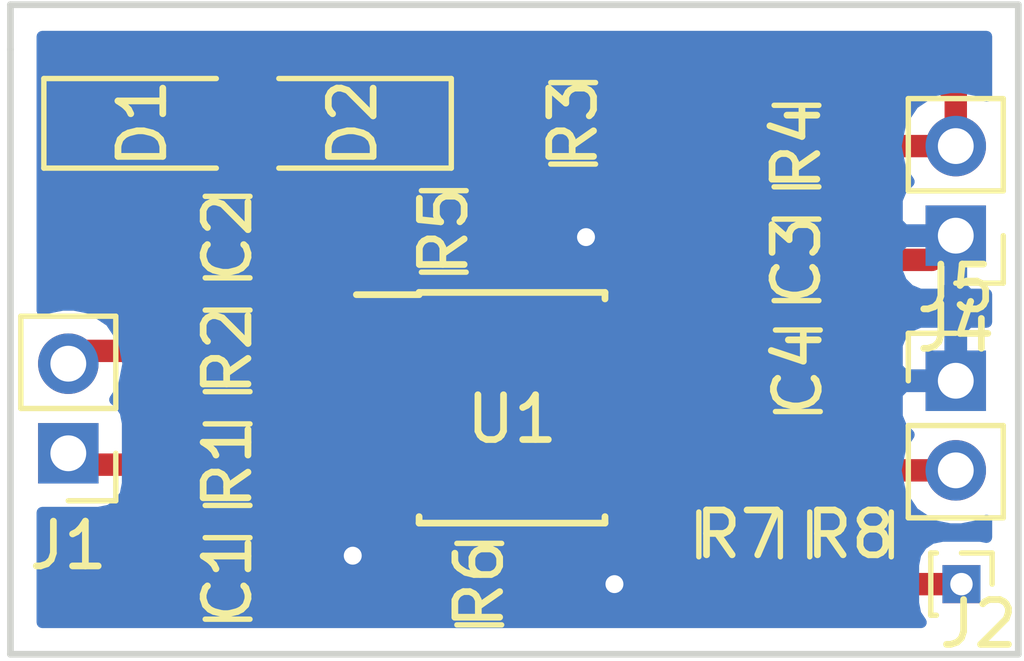
<source format=kicad_pcb>
(kicad_pcb (version 20171130) (host pcbnew "(5.0.0-rc2-dev-444-g2974a2c10)")

  (general
    (thickness 1.6)
    (drawings 5)
    (tracks 80)
    (zones 0)
    (modules 19)
    (nets 12)
  )

  (page A4)
  (layers
    (0 F.Cu signal)
    (31 B.Cu signal)
    (32 B.Adhes user)
    (33 F.Adhes user)
    (34 B.Paste user)
    (35 F.Paste user)
    (36 B.SilkS user)
    (37 F.SilkS user)
    (38 B.Mask user)
    (39 F.Mask user)
    (40 Dwgs.User user hide)
    (41 Cmts.User user)
    (42 Eco1.User user)
    (43 Eco2.User user)
    (44 Edge.Cuts user)
    (45 Margin user)
    (46 B.CrtYd user)
    (47 F.CrtYd user)
    (48 B.Fab user)
    (49 F.Fab user hide)
  )

  (setup
    (last_trace_width 0.25)
    (user_trace_width 0.25)
    (user_trace_width 0.5)
    (user_trace_width 0.75)
    (user_trace_width 1)
    (user_trace_width 1.25)
    (user_trace_width 1.5)
    (user_trace_width 2)
    (user_trace_width 3)
    (trace_clearance 0.2)
    (zone_clearance 0.508)
    (zone_45_only no)
    (trace_min 0.2)
    (segment_width 0.2)
    (edge_width 0.15)
    (via_size 0.8)
    (via_drill 0.4)
    (via_min_size 0.6)
    (via_min_drill 0.3)
    (user_via 0.6 0.3)
    (user_via 1 0.6)
    (user_via 2 1.2)
    (user_via 3 2)
    (uvia_size 0.3)
    (uvia_drill 0.1)
    (uvias_allowed no)
    (uvia_min_size 0.2)
    (uvia_min_drill 0.1)
    (pcb_text_width 0.3)
    (pcb_text_size 1.5 1.5)
    (mod_edge_width 0.15)
    (mod_text_size 1 1)
    (mod_text_width 0.15)
    (pad_size 1.524 1.524)
    (pad_drill 0.762)
    (pad_to_mask_clearance 0.2)
    (aux_axis_origin 0 0)
    (visible_elements 7FFFFFFF)
    (pcbplotparams
      (layerselection 0x01000_ffffffff)
      (usegerberextensions false)
      (usegerberattributes false)
      (usegerberadvancedattributes false)
      (creategerberjobfile false)
      (excludeedgelayer true)
      (linewidth 0.100000)
      (plotframeref false)
      (viasonmask false)
      (mode 1)
      (useauxorigin false)
      (hpglpennumber 1)
      (hpglpenspeed 20)
      (hpglpendiameter 15)
      (psnegative false)
      (psa4output false)
      (plotreference true)
      (plotvalue true)
      (plotinvisibletext false)
      (padsonsilk false)
      (subtractmaskfromsilk false)
      (outputformat 1)
      (mirror false)
      (drillshape 0)
      (scaleselection 1)
      (outputdirectory gerber/))
  )

  (net 0 "")
  (net 1 "Net-(C1-Pad2)")
  (net 2 "Net-(C1-Pad1)")
  (net 3 "Net-(C2-Pad1)")
  (net 4 "Net-(C2-Pad2)")
  (net 5 GND)
  (net 6 "Net-(C3-Pad1)")
  (net 7 +5V)
  (net 8 "Net-(J2-Pad1)")
  (net 9 "Net-(J5-Pad2)")
  (net 10 "Net-(R7-Pad1)")
  (net 11 "Net-(R3-Pad1)")

  (net_class Default "This is the default net class."
    (clearance 0.2)
    (trace_width 0.25)
    (via_dia 0.8)
    (via_drill 0.4)
    (uvia_dia 0.3)
    (uvia_drill 0.1)
    (add_net +5V)
    (add_net GND)
    (add_net "Net-(C1-Pad1)")
    (add_net "Net-(C1-Pad2)")
    (add_net "Net-(C2-Pad1)")
    (add_net "Net-(C2-Pad2)")
    (add_net "Net-(C3-Pad1)")
    (add_net "Net-(J2-Pad1)")
    (add_net "Net-(J5-Pad2)")
    (add_net "Net-(R3-Pad1)")
    (add_net "Net-(R7-Pad1)")
  )

  (module Capacitor_SMD:C_1206_3216Metric (layer F.Cu) (tedit 5AC5DB74) (tstamp 5BC42381)
    (at 117.348 114.808 180)
    (descr "Capacitor SMD 1206 (3216 Metric), square (rectangular) end terminal, IPC_7351 nominal, (Body size source: http://www.tortai-tech.com/upload/download/2011102023233369053.pdf), generated with kicad-footprint-generator")
    (tags capacitor)
    (path /5BB76361)
    (attr smd)
    (fp_text reference C1 (at 0 0 270) (layer F.SilkS)
      (effects (font (size 1 1) (thickness 0.15)))
    )
    (fp_text value 22p (at 0 1.85 180) (layer F.Fab)
      (effects (font (size 1 1) (thickness 0.15)))
    )
    (fp_text user %R (at 0 0 180) (layer F.Fab)
      (effects (font (size 0.8 0.8) (thickness 0.12)))
    )
    (fp_line (start 2.29 1.15) (end -2.29 1.15) (layer F.CrtYd) (width 0.05))
    (fp_line (start 2.29 -1.15) (end 2.29 1.15) (layer F.CrtYd) (width 0.05))
    (fp_line (start -2.29 -1.15) (end 2.29 -1.15) (layer F.CrtYd) (width 0.05))
    (fp_line (start -2.29 1.15) (end -2.29 -1.15) (layer F.CrtYd) (width 0.05))
    (fp_line (start -0.5 0.91) (end 0.5 0.91) (layer F.SilkS) (width 0.12))
    (fp_line (start -0.5 -0.91) (end 0.5 -0.91) (layer F.SilkS) (width 0.12))
    (fp_line (start 1.6 0.8) (end -1.6 0.8) (layer F.Fab) (width 0.1))
    (fp_line (start 1.6 -0.8) (end 1.6 0.8) (layer F.Fab) (width 0.1))
    (fp_line (start -1.6 -0.8) (end 1.6 -0.8) (layer F.Fab) (width 0.1))
    (fp_line (start -1.6 0.8) (end -1.6 -0.8) (layer F.Fab) (width 0.1))
    (pad 2 smd rect (at 1.43 0 180) (size 1.22 1.8) (layers F.Cu F.Paste F.Mask)
      (net 1 "Net-(C1-Pad2)"))
    (pad 1 smd rect (at -1.43 0 180) (size 1.22 1.8) (layers F.Cu F.Paste F.Mask)
      (net 2 "Net-(C1-Pad1)"))
    (model ${KISYS3DMOD}/Capacitor_SMD.3dshapes/C_1206_3216Metric.wrl
      (at (xyz 0 0 0))
      (scale (xyz 1 1 1))
      (rotate (xyz 0 0 0))
    )
  )

  (module Capacitor_SMD:C_1206_3216Metric (layer F.Cu) (tedit 5AC5DB74) (tstamp 5BC42392)
    (at 117.348 107.188 180)
    (descr "Capacitor SMD 1206 (3216 Metric), square (rectangular) end terminal, IPC_7351 nominal, (Body size source: http://www.tortai-tech.com/upload/download/2011102023233369053.pdf), generated with kicad-footprint-generator")
    (tags capacitor)
    (path /5BB762F2)
    (attr smd)
    (fp_text reference C2 (at 0 0 270) (layer F.SilkS)
      (effects (font (size 1 1) (thickness 0.15)))
    )
    (fp_text value 22p (at 0 1.85 180) (layer F.Fab)
      (effects (font (size 1 1) (thickness 0.15)))
    )
    (fp_line (start -1.6 0.8) (end -1.6 -0.8) (layer F.Fab) (width 0.1))
    (fp_line (start -1.6 -0.8) (end 1.6 -0.8) (layer F.Fab) (width 0.1))
    (fp_line (start 1.6 -0.8) (end 1.6 0.8) (layer F.Fab) (width 0.1))
    (fp_line (start 1.6 0.8) (end -1.6 0.8) (layer F.Fab) (width 0.1))
    (fp_line (start -0.5 -0.91) (end 0.5 -0.91) (layer F.SilkS) (width 0.12))
    (fp_line (start -0.5 0.91) (end 0.5 0.91) (layer F.SilkS) (width 0.12))
    (fp_line (start -2.29 1.15) (end -2.29 -1.15) (layer F.CrtYd) (width 0.05))
    (fp_line (start -2.29 -1.15) (end 2.29 -1.15) (layer F.CrtYd) (width 0.05))
    (fp_line (start 2.29 -1.15) (end 2.29 1.15) (layer F.CrtYd) (width 0.05))
    (fp_line (start 2.29 1.15) (end -2.29 1.15) (layer F.CrtYd) (width 0.05))
    (fp_text user %R (at 0 0 180) (layer F.Fab)
      (effects (font (size 0.8 0.8) (thickness 0.12)))
    )
    (pad 1 smd rect (at -1.43 0 180) (size 1.22 1.8) (layers F.Cu F.Paste F.Mask)
      (net 3 "Net-(C2-Pad1)"))
    (pad 2 smd rect (at 1.43 0 180) (size 1.22 1.8) (layers F.Cu F.Paste F.Mask)
      (net 4 "Net-(C2-Pad2)"))
    (model ${KISYS3DMOD}/Capacitor_SMD.3dshapes/C_1206_3216Metric.wrl
      (at (xyz 0 0 0))
      (scale (xyz 1 1 1))
      (rotate (xyz 0 0 0))
    )
  )

  (module Capacitor_SMD:C_1206_3216Metric (layer F.Cu) (tedit 5AC5DB74) (tstamp 5BC423A3)
    (at 130.048 107.696)
    (descr "Capacitor SMD 1206 (3216 Metric), square (rectangular) end terminal, IPC_7351 nominal, (Body size source: http://www.tortai-tech.com/upload/download/2011102023233369053.pdf), generated with kicad-footprint-generator")
    (tags capacitor)
    (path /5BB5B70D)
    (attr smd)
    (fp_text reference C3 (at 0 0 90) (layer F.SilkS)
      (effects (font (size 1 1) (thickness 0.15)))
    )
    (fp_text value 100n (at 0 1.85) (layer F.Fab)
      (effects (font (size 1 1) (thickness 0.15)))
    )
    (fp_text user %R (at 0 0) (layer F.Fab)
      (effects (font (size 0.8 0.8) (thickness 0.12)))
    )
    (fp_line (start 2.29 1.15) (end -2.29 1.15) (layer F.CrtYd) (width 0.05))
    (fp_line (start 2.29 -1.15) (end 2.29 1.15) (layer F.CrtYd) (width 0.05))
    (fp_line (start -2.29 -1.15) (end 2.29 -1.15) (layer F.CrtYd) (width 0.05))
    (fp_line (start -2.29 1.15) (end -2.29 -1.15) (layer F.CrtYd) (width 0.05))
    (fp_line (start -0.5 0.91) (end 0.5 0.91) (layer F.SilkS) (width 0.12))
    (fp_line (start -0.5 -0.91) (end 0.5 -0.91) (layer F.SilkS) (width 0.12))
    (fp_line (start 1.6 0.8) (end -1.6 0.8) (layer F.Fab) (width 0.1))
    (fp_line (start 1.6 -0.8) (end 1.6 0.8) (layer F.Fab) (width 0.1))
    (fp_line (start -1.6 -0.8) (end 1.6 -0.8) (layer F.Fab) (width 0.1))
    (fp_line (start -1.6 0.8) (end -1.6 -0.8) (layer F.Fab) (width 0.1))
    (pad 2 smd rect (at 1.43 0) (size 1.22 1.8) (layers F.Cu F.Paste F.Mask)
      (net 5 GND))
    (pad 1 smd rect (at -1.43 0) (size 1.22 1.8) (layers F.Cu F.Paste F.Mask)
      (net 6 "Net-(C3-Pad1)"))
    (model ${KISYS3DMOD}/Capacitor_SMD.3dshapes/C_1206_3216Metric.wrl
      (at (xyz 0 0 0))
      (scale (xyz 1 1 1))
      (rotate (xyz 0 0 0))
    )
  )

  (module Capacitor_SMD:C_1206_3216Metric (layer F.Cu) (tedit 5AC5DB74) (tstamp 5BC68D14)
    (at 130.0785 110.1725)
    (descr "Capacitor SMD 1206 (3216 Metric), square (rectangular) end terminal, IPC_7351 nominal, (Body size source: http://www.tortai-tech.com/upload/download/2011102023233369053.pdf), generated with kicad-footprint-generator")
    (tags capacitor)
    (path /5BB5B6BC)
    (attr smd)
    (fp_text reference C4 (at 0 0 90) (layer F.SilkS)
      (effects (font (size 1 1) (thickness 0.15)))
    )
    (fp_text value 2.2u (at 0 1.85) (layer F.Fab)
      (effects (font (size 1 1) (thickness 0.15)))
    )
    (fp_line (start -1.6 0.8) (end -1.6 -0.8) (layer F.Fab) (width 0.1))
    (fp_line (start -1.6 -0.8) (end 1.6 -0.8) (layer F.Fab) (width 0.1))
    (fp_line (start 1.6 -0.8) (end 1.6 0.8) (layer F.Fab) (width 0.1))
    (fp_line (start 1.6 0.8) (end -1.6 0.8) (layer F.Fab) (width 0.1))
    (fp_line (start -0.5 -0.91) (end 0.5 -0.91) (layer F.SilkS) (width 0.12))
    (fp_line (start -0.5 0.91) (end 0.5 0.91) (layer F.SilkS) (width 0.12))
    (fp_line (start -2.29 1.15) (end -2.29 -1.15) (layer F.CrtYd) (width 0.05))
    (fp_line (start -2.29 -1.15) (end 2.29 -1.15) (layer F.CrtYd) (width 0.05))
    (fp_line (start 2.29 -1.15) (end 2.29 1.15) (layer F.CrtYd) (width 0.05))
    (fp_line (start 2.29 1.15) (end -2.29 1.15) (layer F.CrtYd) (width 0.05))
    (fp_text user %R (at 0 0) (layer F.Fab)
      (effects (font (size 0.8 0.8) (thickness 0.12)))
    )
    (pad 1 smd rect (at -1.43 0) (size 1.22 1.8) (layers F.Cu F.Paste F.Mask)
      (net 6 "Net-(C3-Pad1)"))
    (pad 2 smd rect (at 1.43 0) (size 1.22 1.8) (layers F.Cu F.Paste F.Mask)
      (net 5 GND))
    (model ${KISYS3DMOD}/Capacitor_SMD.3dshapes/C_1206_3216Metric.wrl
      (at (xyz 0 0 0))
      (scale (xyz 1 1 1))
      (rotate (xyz 0 0 0))
    )
  )

  (module Diode_SMD:D_SOD-123F (layer F.Cu) (tedit 587F7769) (tstamp 5BC423CD)
    (at 115.446 104.648)
    (descr D_SOD-123F)
    (tags D_SOD-123F)
    (path /5BB653CD)
    (attr smd)
    (fp_text reference D1 (at 0 0 90) (layer F.SilkS)
      (effects (font (size 1 1) (thickness 0.15)))
    )
    (fp_text value 1n4148 (at 0 2.1) (layer F.Fab)
      (effects (font (size 1 1) (thickness 0.15)))
    )
    (fp_text user %R (at -0.127 -1.905) (layer F.Fab)
      (effects (font (size 1 1) (thickness 0.15)))
    )
    (fp_line (start -2.2 -1) (end -2.2 1) (layer F.SilkS) (width 0.12))
    (fp_line (start 0.25 0) (end 0.75 0) (layer F.Fab) (width 0.1))
    (fp_line (start 0.25 0.4) (end -0.35 0) (layer F.Fab) (width 0.1))
    (fp_line (start 0.25 -0.4) (end 0.25 0.4) (layer F.Fab) (width 0.1))
    (fp_line (start -0.35 0) (end 0.25 -0.4) (layer F.Fab) (width 0.1))
    (fp_line (start -0.35 0) (end -0.35 0.55) (layer F.Fab) (width 0.1))
    (fp_line (start -0.35 0) (end -0.35 -0.55) (layer F.Fab) (width 0.1))
    (fp_line (start -0.75 0) (end -0.35 0) (layer F.Fab) (width 0.1))
    (fp_line (start -1.4 0.9) (end -1.4 -0.9) (layer F.Fab) (width 0.1))
    (fp_line (start 1.4 0.9) (end -1.4 0.9) (layer F.Fab) (width 0.1))
    (fp_line (start 1.4 -0.9) (end 1.4 0.9) (layer F.Fab) (width 0.1))
    (fp_line (start -1.4 -0.9) (end 1.4 -0.9) (layer F.Fab) (width 0.1))
    (fp_line (start -2.2 -1.15) (end 2.2 -1.15) (layer F.CrtYd) (width 0.05))
    (fp_line (start 2.2 -1.15) (end 2.2 1.15) (layer F.CrtYd) (width 0.05))
    (fp_line (start 2.2 1.15) (end -2.2 1.15) (layer F.CrtYd) (width 0.05))
    (fp_line (start -2.2 -1.15) (end -2.2 1.15) (layer F.CrtYd) (width 0.05))
    (fp_line (start -2.2 1) (end 1.65 1) (layer F.SilkS) (width 0.12))
    (fp_line (start -2.2 -1) (end 1.65 -1) (layer F.SilkS) (width 0.12))
    (pad 1 smd rect (at -1.4 0) (size 1.1 1.1) (layers F.Cu F.Paste F.Mask)
      (net 7 +5V))
    (pad 2 smd rect (at 1.4 0) (size 1.1 1.1) (layers F.Cu F.Paste F.Mask)
      (net 2 "Net-(C1-Pad1)"))
    (model ${KISYS3DMOD}/Diode_SMD.3dshapes/D_SOD-123F.wrl
      (at (xyz 0 0 0))
      (scale (xyz 1 1 1))
      (rotate (xyz 0 0 0))
    )
  )

  (module Diode_SMD:D_SOD-123F (layer F.Cu) (tedit 587F7769) (tstamp 5BC423E6)
    (at 120.142 104.648 180)
    (descr D_SOD-123F)
    (tags D_SOD-123F)
    (path /5BB6543B)
    (attr smd)
    (fp_text reference D2 (at 0 0 270) (layer F.SilkS)
      (effects (font (size 1 1) (thickness 0.15)))
    )
    (fp_text value 1n4148 (at 0 2.1 180) (layer F.Fab)
      (effects (font (size 1 1) (thickness 0.15)))
    )
    (fp_line (start -2.2 -1) (end 1.65 -1) (layer F.SilkS) (width 0.12))
    (fp_line (start -2.2 1) (end 1.65 1) (layer F.SilkS) (width 0.12))
    (fp_line (start -2.2 -1.15) (end -2.2 1.15) (layer F.CrtYd) (width 0.05))
    (fp_line (start 2.2 1.15) (end -2.2 1.15) (layer F.CrtYd) (width 0.05))
    (fp_line (start 2.2 -1.15) (end 2.2 1.15) (layer F.CrtYd) (width 0.05))
    (fp_line (start -2.2 -1.15) (end 2.2 -1.15) (layer F.CrtYd) (width 0.05))
    (fp_line (start -1.4 -0.9) (end 1.4 -0.9) (layer F.Fab) (width 0.1))
    (fp_line (start 1.4 -0.9) (end 1.4 0.9) (layer F.Fab) (width 0.1))
    (fp_line (start 1.4 0.9) (end -1.4 0.9) (layer F.Fab) (width 0.1))
    (fp_line (start -1.4 0.9) (end -1.4 -0.9) (layer F.Fab) (width 0.1))
    (fp_line (start -0.75 0) (end -0.35 0) (layer F.Fab) (width 0.1))
    (fp_line (start -0.35 0) (end -0.35 -0.55) (layer F.Fab) (width 0.1))
    (fp_line (start -0.35 0) (end -0.35 0.55) (layer F.Fab) (width 0.1))
    (fp_line (start -0.35 0) (end 0.25 -0.4) (layer F.Fab) (width 0.1))
    (fp_line (start 0.25 -0.4) (end 0.25 0.4) (layer F.Fab) (width 0.1))
    (fp_line (start 0.25 0.4) (end -0.35 0) (layer F.Fab) (width 0.1))
    (fp_line (start 0.25 0) (end 0.75 0) (layer F.Fab) (width 0.1))
    (fp_line (start -2.2 -1) (end -2.2 1) (layer F.SilkS) (width 0.12))
    (fp_text user %R (at -0.127 -1.905 180) (layer F.Fab)
      (effects (font (size 1 1) (thickness 0.15)))
    )
    (pad 2 smd rect (at 1.4 0 180) (size 1.1 1.1) (layers F.Cu F.Paste F.Mask)
      (net 3 "Net-(C2-Pad1)"))
    (pad 1 smd rect (at -1.4 0 180) (size 1.1 1.1) (layers F.Cu F.Paste F.Mask)
      (net 7 +5V))
    (model ${KISYS3DMOD}/Diode_SMD.3dshapes/D_SOD-123F.wrl
      (at (xyz 0 0 0))
      (scale (xyz 1 1 1))
      (rotate (xyz 0 0 0))
    )
  )

  (module Resistor_SMD:R_1206_3216Metric (layer F.Cu) (tedit 5AC5DB74) (tstamp 5BC42488)
    (at 117.348 112.268 180)
    (descr "Resistor SMD 1206 (3216 Metric), square (rectangular) end terminal, IPC_7351 nominal, (Body size source: http://www.tortai-tech.com/upload/download/2011102023233369053.pdf), generated with kicad-footprint-generator")
    (tags resistor)
    (path /5BB5B0F0)
    (attr smd)
    (fp_text reference R1 (at 0 0 270) (layer F.SilkS)
      (effects (font (size 1 1) (thickness 0.15)))
    )
    (fp_text value 4k99 (at 0 1.85 180) (layer F.Fab)
      (effects (font (size 1 1) (thickness 0.15)))
    )
    (fp_line (start -1.6 0.8) (end -1.6 -0.8) (layer F.Fab) (width 0.1))
    (fp_line (start -1.6 -0.8) (end 1.6 -0.8) (layer F.Fab) (width 0.1))
    (fp_line (start 1.6 -0.8) (end 1.6 0.8) (layer F.Fab) (width 0.1))
    (fp_line (start 1.6 0.8) (end -1.6 0.8) (layer F.Fab) (width 0.1))
    (fp_line (start -0.5 -0.91) (end 0.5 -0.91) (layer F.SilkS) (width 0.12))
    (fp_line (start -0.5 0.91) (end 0.5 0.91) (layer F.SilkS) (width 0.12))
    (fp_line (start -2.29 1.15) (end -2.29 -1.15) (layer F.CrtYd) (width 0.05))
    (fp_line (start -2.29 -1.15) (end 2.29 -1.15) (layer F.CrtYd) (width 0.05))
    (fp_line (start 2.29 -1.15) (end 2.29 1.15) (layer F.CrtYd) (width 0.05))
    (fp_line (start 2.29 1.15) (end -2.29 1.15) (layer F.CrtYd) (width 0.05))
    (fp_text user %R (at 0 0 180) (layer F.Fab)
      (effects (font (size 0.8 0.8) (thickness 0.12)))
    )
    (pad 1 smd rect (at -1.43 0 180) (size 1.22 1.8) (layers F.Cu F.Paste F.Mask)
      (net 2 "Net-(C1-Pad1)"))
    (pad 2 smd rect (at 1.43 0 180) (size 1.22 1.8) (layers F.Cu F.Paste F.Mask)
      (net 1 "Net-(C1-Pad2)"))
    (model ${KISYS3DMOD}/Resistor_SMD.3dshapes/R_1206_3216Metric.wrl
      (at (xyz 0 0 0))
      (scale (xyz 1 1 1))
      (rotate (xyz 0 0 0))
    )
  )

  (module Resistor_SMD:R_1206_3216Metric (layer F.Cu) (tedit 5AC5DB74) (tstamp 5BC42499)
    (at 117.348 109.728 180)
    (descr "Resistor SMD 1206 (3216 Metric), square (rectangular) end terminal, IPC_7351 nominal, (Body size source: http://www.tortai-tech.com/upload/download/2011102023233369053.pdf), generated with kicad-footprint-generator")
    (tags resistor)
    (path /5BB5B123)
    (attr smd)
    (fp_text reference R2 (at 0 0 270) (layer F.SilkS)
      (effects (font (size 1 1) (thickness 0.15)))
    )
    (fp_text value 4k99 (at 0 1.85 180) (layer F.Fab)
      (effects (font (size 1 1) (thickness 0.15)))
    )
    (fp_text user %R (at 0 0 180) (layer F.Fab)
      (effects (font (size 0.8 0.8) (thickness 0.12)))
    )
    (fp_line (start 2.29 1.15) (end -2.29 1.15) (layer F.CrtYd) (width 0.05))
    (fp_line (start 2.29 -1.15) (end 2.29 1.15) (layer F.CrtYd) (width 0.05))
    (fp_line (start -2.29 -1.15) (end 2.29 -1.15) (layer F.CrtYd) (width 0.05))
    (fp_line (start -2.29 1.15) (end -2.29 -1.15) (layer F.CrtYd) (width 0.05))
    (fp_line (start -0.5 0.91) (end 0.5 0.91) (layer F.SilkS) (width 0.12))
    (fp_line (start -0.5 -0.91) (end 0.5 -0.91) (layer F.SilkS) (width 0.12))
    (fp_line (start 1.6 0.8) (end -1.6 0.8) (layer F.Fab) (width 0.1))
    (fp_line (start 1.6 -0.8) (end 1.6 0.8) (layer F.Fab) (width 0.1))
    (fp_line (start -1.6 -0.8) (end 1.6 -0.8) (layer F.Fab) (width 0.1))
    (fp_line (start -1.6 0.8) (end -1.6 -0.8) (layer F.Fab) (width 0.1))
    (pad 2 smd rect (at 1.43 0 180) (size 1.22 1.8) (layers F.Cu F.Paste F.Mask)
      (net 4 "Net-(C2-Pad2)"))
    (pad 1 smd rect (at -1.43 0 180) (size 1.22 1.8) (layers F.Cu F.Paste F.Mask)
      (net 3 "Net-(C2-Pad1)"))
    (model ${KISYS3DMOD}/Resistor_SMD.3dshapes/R_1206_3216Metric.wrl
      (at (xyz 0 0 0))
      (scale (xyz 1 1 1))
      (rotate (xyz 0 0 0))
    )
  )

  (module Resistor_SMD:R_1206_3216Metric (layer F.Cu) (tedit 5AC5DB74) (tstamp 5BC424AA)
    (at 125.062 104.648 180)
    (descr "Resistor SMD 1206 (3216 Metric), square (rectangular) end terminal, IPC_7351 nominal, (Body size source: http://www.tortai-tech.com/upload/download/2011102023233369053.pdf), generated with kicad-footprint-generator")
    (tags resistor)
    (path /5BB5BD01)
    (attr smd)
    (fp_text reference R3 (at 0 0 270) (layer F.SilkS)
      (effects (font (size 1 1) (thickness 0.15)))
    )
    (fp_text value 4k75 (at 0 1.85 180) (layer F.Fab)
      (effects (font (size 1 1) (thickness 0.15)))
    )
    (fp_text user %R (at 0 0 180) (layer F.Fab)
      (effects (font (size 0.8 0.8) (thickness 0.12)))
    )
    (fp_line (start 2.29 1.15) (end -2.29 1.15) (layer F.CrtYd) (width 0.05))
    (fp_line (start 2.29 -1.15) (end 2.29 1.15) (layer F.CrtYd) (width 0.05))
    (fp_line (start -2.29 -1.15) (end 2.29 -1.15) (layer F.CrtYd) (width 0.05))
    (fp_line (start -2.29 1.15) (end -2.29 -1.15) (layer F.CrtYd) (width 0.05))
    (fp_line (start -0.5 0.91) (end 0.5 0.91) (layer F.SilkS) (width 0.12))
    (fp_line (start -0.5 -0.91) (end 0.5 -0.91) (layer F.SilkS) (width 0.12))
    (fp_line (start 1.6 0.8) (end -1.6 0.8) (layer F.Fab) (width 0.1))
    (fp_line (start 1.6 -0.8) (end 1.6 0.8) (layer F.Fab) (width 0.1))
    (fp_line (start -1.6 -0.8) (end 1.6 -0.8) (layer F.Fab) (width 0.1))
    (fp_line (start -1.6 0.8) (end -1.6 -0.8) (layer F.Fab) (width 0.1))
    (pad 2 smd rect (at 1.43 0 180) (size 1.22 1.8) (layers F.Cu F.Paste F.Mask)
      (net 7 +5V))
    (pad 1 smd rect (at -1.43 0 180) (size 1.22 1.8) (layers F.Cu F.Paste F.Mask)
      (net 11 "Net-(R3-Pad1)"))
    (model ${KISYS3DMOD}/Resistor_SMD.3dshapes/R_1206_3216Metric.wrl
      (at (xyz 0 0 0))
      (scale (xyz 1 1 1))
      (rotate (xyz 0 0 0))
    )
  )

  (module Resistor_SMD:R_1206_3216Metric (layer F.Cu) (tedit 5AC5DB74) (tstamp 5BC424BB)
    (at 130.048 105.156)
    (descr "Resistor SMD 1206 (3216 Metric), square (rectangular) end terminal, IPC_7351 nominal, (Body size source: http://www.tortai-tech.com/upload/download/2011102023233369053.pdf), generated with kicad-footprint-generator")
    (tags resistor)
    (path /5BB5B5C4)
    (attr smd)
    (fp_text reference R4 (at 0 0 90) (layer F.SilkS)
      (effects (font (size 1 1) (thickness 0.15)))
    )
    (fp_text value 10E (at 0 1.85) (layer F.Fab)
      (effects (font (size 1 1) (thickness 0.15)))
    )
    (fp_line (start -1.6 0.8) (end -1.6 -0.8) (layer F.Fab) (width 0.1))
    (fp_line (start -1.6 -0.8) (end 1.6 -0.8) (layer F.Fab) (width 0.1))
    (fp_line (start 1.6 -0.8) (end 1.6 0.8) (layer F.Fab) (width 0.1))
    (fp_line (start 1.6 0.8) (end -1.6 0.8) (layer F.Fab) (width 0.1))
    (fp_line (start -0.5 -0.91) (end 0.5 -0.91) (layer F.SilkS) (width 0.12))
    (fp_line (start -0.5 0.91) (end 0.5 0.91) (layer F.SilkS) (width 0.12))
    (fp_line (start -2.29 1.15) (end -2.29 -1.15) (layer F.CrtYd) (width 0.05))
    (fp_line (start -2.29 -1.15) (end 2.29 -1.15) (layer F.CrtYd) (width 0.05))
    (fp_line (start 2.29 -1.15) (end 2.29 1.15) (layer F.CrtYd) (width 0.05))
    (fp_line (start 2.29 1.15) (end -2.29 1.15) (layer F.CrtYd) (width 0.05))
    (fp_text user %R (at 0 0) (layer F.Fab)
      (effects (font (size 0.8 0.8) (thickness 0.12)))
    )
    (pad 1 smd rect (at -1.43 0) (size 1.22 1.8) (layers F.Cu F.Paste F.Mask)
      (net 6 "Net-(C3-Pad1)"))
    (pad 2 smd rect (at 1.43 0) (size 1.22 1.8) (layers F.Cu F.Paste F.Mask)
      (net 7 +5V))
    (model ${KISYS3DMOD}/Resistor_SMD.3dshapes/R_1206_3216Metric.wrl
      (at (xyz 0 0 0))
      (scale (xyz 1 1 1))
      (rotate (xyz 0 0 0))
    )
  )

  (module Resistor_SMD:R_1206_3216Metric (layer F.Cu) (tedit 5AC5DB74) (tstamp 5BC693AA)
    (at 122.174 107.061 180)
    (descr "Resistor SMD 1206 (3216 Metric), square (rectangular) end terminal, IPC_7351 nominal, (Body size source: http://www.tortai-tech.com/upload/download/2011102023233369053.pdf), generated with kicad-footprint-generator")
    (tags resistor)
    (path /5BB5B1E7)
    (attr smd)
    (fp_text reference R5 (at 0 0 270) (layer F.SilkS)
      (effects (font (size 1 1) (thickness 0.15)))
    )
    (fp_text value 1k (at 0 1.85 180) (layer F.Fab)
      (effects (font (size 1 1) (thickness 0.15)))
    )
    (fp_text user %R (at 0 0 180) (layer F.Fab)
      (effects (font (size 0.8 0.8) (thickness 0.12)))
    )
    (fp_line (start 2.29 1.15) (end -2.29 1.15) (layer F.CrtYd) (width 0.05))
    (fp_line (start 2.29 -1.15) (end 2.29 1.15) (layer F.CrtYd) (width 0.05))
    (fp_line (start -2.29 -1.15) (end 2.29 -1.15) (layer F.CrtYd) (width 0.05))
    (fp_line (start -2.29 1.15) (end -2.29 -1.15) (layer F.CrtYd) (width 0.05))
    (fp_line (start -0.5 0.91) (end 0.5 0.91) (layer F.SilkS) (width 0.12))
    (fp_line (start -0.5 -0.91) (end 0.5 -0.91) (layer F.SilkS) (width 0.12))
    (fp_line (start 1.6 0.8) (end -1.6 0.8) (layer F.Fab) (width 0.1))
    (fp_line (start 1.6 -0.8) (end 1.6 0.8) (layer F.Fab) (width 0.1))
    (fp_line (start -1.6 -0.8) (end 1.6 -0.8) (layer F.Fab) (width 0.1))
    (fp_line (start -1.6 0.8) (end -1.6 -0.8) (layer F.Fab) (width 0.1))
    (pad 2 smd rect (at 1.43 0 180) (size 1.22 1.8) (layers F.Cu F.Paste F.Mask)
      (net 3 "Net-(C2-Pad1)"))
    (pad 1 smd rect (at -1.43 0 180) (size 1.22 1.8) (layers F.Cu F.Paste F.Mask)
      (net 5 GND))
    (model ${KISYS3DMOD}/Resistor_SMD.3dshapes/R_1206_3216Metric.wrl
      (at (xyz 0 0 0))
      (scale (xyz 1 1 1))
      (rotate (xyz 0 0 0))
    )
  )

  (module Resistor_SMD:R_1206_3216Metric (layer F.Cu) (tedit 5AC5DB74) (tstamp 5BC68B7D)
    (at 122.9665 114.935 180)
    (descr "Resistor SMD 1206 (3216 Metric), square (rectangular) end terminal, IPC_7351 nominal, (Body size source: http://www.tortai-tech.com/upload/download/2011102023233369053.pdf), generated with kicad-footprint-generator")
    (tags resistor)
    (path /5BB5B19E)
    (attr smd)
    (fp_text reference R6 (at 0 0 270) (layer F.SilkS)
      (effects (font (size 1 1) (thickness 0.15)))
    )
    (fp_text value 1k (at 0 1.85 180) (layer F.Fab)
      (effects (font (size 1 1) (thickness 0.15)))
    )
    (fp_line (start -1.6 0.8) (end -1.6 -0.8) (layer F.Fab) (width 0.1))
    (fp_line (start -1.6 -0.8) (end 1.6 -0.8) (layer F.Fab) (width 0.1))
    (fp_line (start 1.6 -0.8) (end 1.6 0.8) (layer F.Fab) (width 0.1))
    (fp_line (start 1.6 0.8) (end -1.6 0.8) (layer F.Fab) (width 0.1))
    (fp_line (start -0.5 -0.91) (end 0.5 -0.91) (layer F.SilkS) (width 0.12))
    (fp_line (start -0.5 0.91) (end 0.5 0.91) (layer F.SilkS) (width 0.12))
    (fp_line (start -2.29 1.15) (end -2.29 -1.15) (layer F.CrtYd) (width 0.05))
    (fp_line (start -2.29 -1.15) (end 2.29 -1.15) (layer F.CrtYd) (width 0.05))
    (fp_line (start 2.29 -1.15) (end 2.29 1.15) (layer F.CrtYd) (width 0.05))
    (fp_line (start 2.29 1.15) (end -2.29 1.15) (layer F.CrtYd) (width 0.05))
    (fp_text user %R (at 0 0 180) (layer F.Fab)
      (effects (font (size 0.8 0.8) (thickness 0.12)))
    )
    (pad 1 smd rect (at -1.43 0 180) (size 1.22 1.8) (layers F.Cu F.Paste F.Mask)
      (net 5 GND))
    (pad 2 smd rect (at 1.43 0 180) (size 1.22 1.8) (layers F.Cu F.Paste F.Mask)
      (net 2 "Net-(C1-Pad1)"))
    (model ${KISYS3DMOD}/Resistor_SMD.3dshapes/R_1206_3216Metric.wrl
      (at (xyz 0 0 0))
      (scale (xyz 1 1 1))
      (rotate (xyz 0 0 0))
    )
  )

  (module Resistor_SMD:R_1206_3216Metric (layer F.Cu) (tedit 5AC5DB74) (tstamp 5BC424EE)
    (at 128.778 113.825 90)
    (descr "Resistor SMD 1206 (3216 Metric), square (rectangular) end terminal, IPC_7351 nominal, (Body size source: http://www.tortai-tech.com/upload/download/2011102023233369053.pdf), generated with kicad-footprint-generator")
    (tags resistor)
    (path /5BB5BCC5)
    (attr smd)
    (fp_text reference R7 (at 0 0 180) (layer F.SilkS)
      (effects (font (size 1 1) (thickness 0.15)))
    )
    (fp_text value 1k (at 0 1.85 90) (layer F.Fab)
      (effects (font (size 1 1) (thickness 0.15)))
    )
    (fp_line (start -1.6 0.8) (end -1.6 -0.8) (layer F.Fab) (width 0.1))
    (fp_line (start -1.6 -0.8) (end 1.6 -0.8) (layer F.Fab) (width 0.1))
    (fp_line (start 1.6 -0.8) (end 1.6 0.8) (layer F.Fab) (width 0.1))
    (fp_line (start 1.6 0.8) (end -1.6 0.8) (layer F.Fab) (width 0.1))
    (fp_line (start -0.5 -0.91) (end 0.5 -0.91) (layer F.SilkS) (width 0.12))
    (fp_line (start -0.5 0.91) (end 0.5 0.91) (layer F.SilkS) (width 0.12))
    (fp_line (start -2.29 1.15) (end -2.29 -1.15) (layer F.CrtYd) (width 0.05))
    (fp_line (start -2.29 -1.15) (end 2.29 -1.15) (layer F.CrtYd) (width 0.05))
    (fp_line (start 2.29 -1.15) (end 2.29 1.15) (layer F.CrtYd) (width 0.05))
    (fp_line (start 2.29 1.15) (end -2.29 1.15) (layer F.CrtYd) (width 0.05))
    (fp_text user %R (at 0 0 90) (layer F.Fab)
      (effects (font (size 0.8 0.8) (thickness 0.12)))
    )
    (pad 1 smd rect (at -1.43 0 90) (size 1.22 1.8) (layers F.Cu F.Paste F.Mask)
      (net 10 "Net-(R7-Pad1)"))
    (pad 2 smd rect (at 1.43 0 90) (size 1.22 1.8) (layers F.Cu F.Paste F.Mask)
      (net 9 "Net-(J5-Pad2)"))
    (model ${KISYS3DMOD}/Resistor_SMD.3dshapes/R_1206_3216Metric.wrl
      (at (xyz 0 0 0))
      (scale (xyz 1 1 1))
      (rotate (xyz 0 0 0))
    )
  )

  (module Resistor_SMD:R_1206_3216Metric (layer F.Cu) (tedit 5AC5DB74) (tstamp 5BC68F94)
    (at 131.2545 113.825 90)
    (descr "Resistor SMD 1206 (3216 Metric), square (rectangular) end terminal, IPC_7351 nominal, (Body size source: http://www.tortai-tech.com/upload/download/2011102023233369053.pdf), generated with kicad-footprint-generator")
    (tags resistor)
    (path /5BB5BC99)
    (attr smd)
    (fp_text reference R8 (at 0 0 180) (layer F.SilkS)
      (effects (font (size 1 1) (thickness 0.15)))
    )
    (fp_text value 1k (at 0 1.85 90) (layer F.Fab)
      (effects (font (size 1 1) (thickness 0.15)))
    )
    (fp_text user %R (at 0 0 90) (layer F.Fab)
      (effects (font (size 0.8 0.8) (thickness 0.12)))
    )
    (fp_line (start 2.29 1.15) (end -2.29 1.15) (layer F.CrtYd) (width 0.05))
    (fp_line (start 2.29 -1.15) (end 2.29 1.15) (layer F.CrtYd) (width 0.05))
    (fp_line (start -2.29 -1.15) (end 2.29 -1.15) (layer F.CrtYd) (width 0.05))
    (fp_line (start -2.29 1.15) (end -2.29 -1.15) (layer F.CrtYd) (width 0.05))
    (fp_line (start -0.5 0.91) (end 0.5 0.91) (layer F.SilkS) (width 0.12))
    (fp_line (start -0.5 -0.91) (end 0.5 -0.91) (layer F.SilkS) (width 0.12))
    (fp_line (start 1.6 0.8) (end -1.6 0.8) (layer F.Fab) (width 0.1))
    (fp_line (start 1.6 -0.8) (end 1.6 0.8) (layer F.Fab) (width 0.1))
    (fp_line (start -1.6 -0.8) (end 1.6 -0.8) (layer F.Fab) (width 0.1))
    (fp_line (start -1.6 0.8) (end -1.6 -0.8) (layer F.Fab) (width 0.1))
    (pad 2 smd rect (at 1.43 0 90) (size 1.22 1.8) (layers F.Cu F.Paste F.Mask)
      (net 9 "Net-(J5-Pad2)"))
    (pad 1 smd rect (at -1.43 0 90) (size 1.22 1.8) (layers F.Cu F.Paste F.Mask)
      (net 8 "Net-(J2-Pad1)"))
    (model ${KISYS3DMOD}/Resistor_SMD.3dshapes/R_1206_3216Metric.wrl
      (at (xyz 0 0 0))
      (scale (xyz 1 1 1))
      (rotate (xyz 0 0 0))
    )
  )

  (module Package_SO:SOIC-8_3.9x4.9mm_P1.27mm (layer F.Cu) (tedit 5A02F2D3) (tstamp 5BC4FEE0)
    (at 123.698 110.998)
    (descr "8-Lead Plastic Small Outline (SN) - Narrow, 3.90 mm Body [SOIC] (see Microchip Packaging Specification 00000049BS.pdf)")
    (tags "SOIC 1.27")
    (path /5BB5B05C)
    (attr smd)
    (fp_text reference U1 (at 0 0.254) (layer F.SilkS)
      (effects (font (size 1 1) (thickness 0.15)))
    )
    (fp_text value MCP6N11 (at 0 3.5) (layer F.Fab)
      (effects (font (size 1 1) (thickness 0.15)))
    )
    (fp_text user %R (at 0 0) (layer F.Fab)
      (effects (font (size 1 1) (thickness 0.15)))
    )
    (fp_line (start -0.95 -2.45) (end 1.95 -2.45) (layer F.Fab) (width 0.1))
    (fp_line (start 1.95 -2.45) (end 1.95 2.45) (layer F.Fab) (width 0.1))
    (fp_line (start 1.95 2.45) (end -1.95 2.45) (layer F.Fab) (width 0.1))
    (fp_line (start -1.95 2.45) (end -1.95 -1.45) (layer F.Fab) (width 0.1))
    (fp_line (start -1.95 -1.45) (end -0.95 -2.45) (layer F.Fab) (width 0.1))
    (fp_line (start -3.73 -2.7) (end -3.73 2.7) (layer F.CrtYd) (width 0.05))
    (fp_line (start 3.73 -2.7) (end 3.73 2.7) (layer F.CrtYd) (width 0.05))
    (fp_line (start -3.73 -2.7) (end 3.73 -2.7) (layer F.CrtYd) (width 0.05))
    (fp_line (start -3.73 2.7) (end 3.73 2.7) (layer F.CrtYd) (width 0.05))
    (fp_line (start -2.075 -2.575) (end -2.075 -2.525) (layer F.SilkS) (width 0.15))
    (fp_line (start 2.075 -2.575) (end 2.075 -2.43) (layer F.SilkS) (width 0.15))
    (fp_line (start 2.075 2.575) (end 2.075 2.43) (layer F.SilkS) (width 0.15))
    (fp_line (start -2.075 2.575) (end -2.075 2.43) (layer F.SilkS) (width 0.15))
    (fp_line (start -2.075 -2.575) (end 2.075 -2.575) (layer F.SilkS) (width 0.15))
    (fp_line (start -2.075 2.575) (end 2.075 2.575) (layer F.SilkS) (width 0.15))
    (fp_line (start -2.075 -2.525) (end -3.475 -2.525) (layer F.SilkS) (width 0.15))
    (pad 1 smd rect (at -2.7 -1.905) (size 1.55 0.6) (layers F.Cu F.Paste F.Mask)
      (net 10 "Net-(R7-Pad1)"))
    (pad 2 smd rect (at -2.7 -0.635) (size 1.55 0.6) (layers F.Cu F.Paste F.Mask)
      (net 3 "Net-(C2-Pad1)"))
    (pad 3 smd rect (at -2.7 0.635) (size 1.55 0.6) (layers F.Cu F.Paste F.Mask)
      (net 2 "Net-(C1-Pad1)"))
    (pad 4 smd rect (at -2.7 1.905) (size 1.55 0.6) (layers F.Cu F.Paste F.Mask)
      (net 5 GND))
    (pad 5 smd rect (at 2.7 1.905) (size 1.55 0.6) (layers F.Cu F.Paste F.Mask)
      (net 8 "Net-(J2-Pad1)"))
    (pad 6 smd rect (at 2.7 0.635) (size 1.55 0.6) (layers F.Cu F.Paste F.Mask)
      (net 9 "Net-(J5-Pad2)"))
    (pad 7 smd rect (at 2.7 -0.635) (size 1.55 0.6) (layers F.Cu F.Paste F.Mask)
      (net 6 "Net-(C3-Pad1)"))
    (pad 8 smd rect (at 2.7 -1.905) (size 1.55 0.6) (layers F.Cu F.Paste F.Mask)
      (net 11 "Net-(R3-Pad1)"))
    (model ${KISYS3DMOD}/Package_SO.3dshapes/SOIC-8_3.9x4.9mm_P1.27mm.wrl
      (at (xyz 0 0 0))
      (scale (xyz 1 1 1))
      (rotate (xyz 0 0 0))
    )
  )

  (module Connector_PinHeader_1.00mm:PinHeader_1x01_P1.00mm_Vertical (layer F.Cu) (tedit 59FED738) (tstamp 5BC692C4)
    (at 133.731 114.935 270)
    (descr "Through hole straight pin header, 1x01, 1.00mm pitch, single row")
    (tags "Through hole pin header THT 1x01 1.00mm single row")
    (path /5BB5C41E)
    (fp_text reference J2 (at 0.889 -0.381) (layer F.SilkS)
      (effects (font (size 1 1) (thickness 0.15)))
    )
    (fp_text value Conn_01x01_Male (at 0 1.56 270) (layer F.Fab)
      (effects (font (size 1 1) (thickness 0.15)))
    )
    (fp_line (start -0.3175 -0.5) (end 0.635 -0.5) (layer F.Fab) (width 0.1))
    (fp_line (start 0.635 -0.5) (end 0.635 0.5) (layer F.Fab) (width 0.1))
    (fp_line (start 0.635 0.5) (end -0.635 0.5) (layer F.Fab) (width 0.1))
    (fp_line (start -0.635 0.5) (end -0.635 -0.1825) (layer F.Fab) (width 0.1))
    (fp_line (start -0.635 -0.1825) (end -0.3175 -0.5) (layer F.Fab) (width 0.1))
    (fp_line (start -0.695 0.685) (end 0.695 0.685) (layer F.SilkS) (width 0.12))
    (fp_line (start -0.695 0.685) (end -0.695 0.56) (layer F.SilkS) (width 0.12))
    (fp_line (start 0.695 0.685) (end 0.695 0.56) (layer F.SilkS) (width 0.12))
    (fp_line (start -0.695 0.685) (end -0.608276 0.685) (layer F.SilkS) (width 0.12))
    (fp_line (start 0.608276 0.685) (end 0.695 0.685) (layer F.SilkS) (width 0.12))
    (fp_line (start -0.695 0) (end -0.695 -0.685) (layer F.SilkS) (width 0.12))
    (fp_line (start -0.695 -0.685) (end 0 -0.685) (layer F.SilkS) (width 0.12))
    (fp_line (start -1.15 -1) (end -1.15 1) (layer F.CrtYd) (width 0.05))
    (fp_line (start -1.15 1) (end 1.15 1) (layer F.CrtYd) (width 0.05))
    (fp_line (start 1.15 1) (end 1.15 -1) (layer F.CrtYd) (width 0.05))
    (fp_line (start 1.15 -1) (end -1.15 -1) (layer F.CrtYd) (width 0.05))
    (fp_text user %R (at 0 0) (layer F.Fab)
      (effects (font (size 0.76 0.76) (thickness 0.114)))
    )
    (pad 1 thru_hole rect (at 0 0 270) (size 0.85 0.85) (drill 0.5) (layers *.Cu *.Mask)
      (net 8 "Net-(J2-Pad1)"))
    (model ${KISYS3DMOD}/Connector_PinHeader_1.00mm.3dshapes/PinHeader_1x01_P1.00mm_Vertical.wrl
      (at (xyz 0 0 0))
      (scale (xyz 1 1 1))
      (rotate (xyz 0 0 0))
    )
  )

  (module Connector_PinHeader_2.00mm:PinHeader_1x02_P2.00mm_Vertical (layer F.Cu) (tedit 59FED667) (tstamp 5BC8B93A)
    (at 113.792 112.014 180)
    (descr "Through hole straight pin header, 1x02, 2.00mm pitch, single row")
    (tags "Through hole pin header THT 1x02 2.00mm single row")
    (path /5BB5C279)
    (fp_text reference J1 (at 0 -2.06 180) (layer F.SilkS)
      (effects (font (size 1 1) (thickness 0.15)))
    )
    (fp_text value Conn_01x02_Male (at 0 4.06 180) (layer F.Fab)
      (effects (font (size 1 1) (thickness 0.15)))
    )
    (fp_line (start -0.5 -1) (end 1 -1) (layer F.Fab) (width 0.1))
    (fp_line (start 1 -1) (end 1 3) (layer F.Fab) (width 0.1))
    (fp_line (start 1 3) (end -1 3) (layer F.Fab) (width 0.1))
    (fp_line (start -1 3) (end -1 -0.5) (layer F.Fab) (width 0.1))
    (fp_line (start -1 -0.5) (end -0.5 -1) (layer F.Fab) (width 0.1))
    (fp_line (start -1.06 3.06) (end 1.06 3.06) (layer F.SilkS) (width 0.12))
    (fp_line (start -1.06 1) (end -1.06 3.06) (layer F.SilkS) (width 0.12))
    (fp_line (start 1.06 1) (end 1.06 3.06) (layer F.SilkS) (width 0.12))
    (fp_line (start -1.06 1) (end 1.06 1) (layer F.SilkS) (width 0.12))
    (fp_line (start -1.06 0) (end -1.06 -1.06) (layer F.SilkS) (width 0.12))
    (fp_line (start -1.06 -1.06) (end 0 -1.06) (layer F.SilkS) (width 0.12))
    (fp_line (start -1.5 -1.5) (end -1.5 3.5) (layer F.CrtYd) (width 0.05))
    (fp_line (start -1.5 3.5) (end 1.5 3.5) (layer F.CrtYd) (width 0.05))
    (fp_line (start 1.5 3.5) (end 1.5 -1.5) (layer F.CrtYd) (width 0.05))
    (fp_line (start 1.5 -1.5) (end -1.5 -1.5) (layer F.CrtYd) (width 0.05))
    (fp_text user %R (at 0 1 270) (layer F.Fab)
      (effects (font (size 1 1) (thickness 0.15)))
    )
    (pad 1 thru_hole rect (at 0 0 180) (size 1.35 1.35) (drill 0.8) (layers *.Cu *.Mask)
      (net 1 "Net-(C1-Pad2)"))
    (pad 2 thru_hole oval (at 0 2 180) (size 1.35 1.35) (drill 0.8) (layers *.Cu *.Mask)
      (net 4 "Net-(C2-Pad2)"))
    (model ${KISYS3DMOD}/Connector_PinHeader_2.00mm.3dshapes/PinHeader_1x02_P2.00mm_Vertical.wrl
      (at (xyz 0 0 0))
      (scale (xyz 1 1 1))
      (rotate (xyz 0 0 0))
    )
  )

  (module Connector_PinHeader_2.00mm:PinHeader_1x02_P2.00mm_Vertical (layer F.Cu) (tedit 59FED667) (tstamp 5BC8B94F)
    (at 133.604 107.156 180)
    (descr "Through hole straight pin header, 1x02, 2.00mm pitch, single row")
    (tags "Through hole pin header THT 1x02 2.00mm single row")
    (path /5BB5C1A3)
    (fp_text reference J4 (at 0 -2.06 180) (layer F.SilkS)
      (effects (font (size 1 1) (thickness 0.15)))
    )
    (fp_text value Conn_01x02_Male (at 0 4.06 180) (layer F.Fab)
      (effects (font (size 1 1) (thickness 0.15)))
    )
    (fp_line (start -0.5 -1) (end 1 -1) (layer F.Fab) (width 0.1))
    (fp_line (start 1 -1) (end 1 3) (layer F.Fab) (width 0.1))
    (fp_line (start 1 3) (end -1 3) (layer F.Fab) (width 0.1))
    (fp_line (start -1 3) (end -1 -0.5) (layer F.Fab) (width 0.1))
    (fp_line (start -1 -0.5) (end -0.5 -1) (layer F.Fab) (width 0.1))
    (fp_line (start -1.06 3.06) (end 1.06 3.06) (layer F.SilkS) (width 0.12))
    (fp_line (start -1.06 1) (end -1.06 3.06) (layer F.SilkS) (width 0.12))
    (fp_line (start 1.06 1) (end 1.06 3.06) (layer F.SilkS) (width 0.12))
    (fp_line (start -1.06 1) (end 1.06 1) (layer F.SilkS) (width 0.12))
    (fp_line (start -1.06 0) (end -1.06 -1.06) (layer F.SilkS) (width 0.12))
    (fp_line (start -1.06 -1.06) (end 0 -1.06) (layer F.SilkS) (width 0.12))
    (fp_line (start -1.5 -1.5) (end -1.5 3.5) (layer F.CrtYd) (width 0.05))
    (fp_line (start -1.5 3.5) (end 1.5 3.5) (layer F.CrtYd) (width 0.05))
    (fp_line (start 1.5 3.5) (end 1.5 -1.5) (layer F.CrtYd) (width 0.05))
    (fp_line (start 1.5 -1.5) (end -1.5 -1.5) (layer F.CrtYd) (width 0.05))
    (fp_text user %R (at 0 1 270) (layer F.Fab)
      (effects (font (size 1 1) (thickness 0.15)))
    )
    (pad 1 thru_hole rect (at 0 0 180) (size 1.35 1.35) (drill 0.8) (layers *.Cu *.Mask)
      (net 5 GND))
    (pad 2 thru_hole oval (at 0 2 180) (size 1.35 1.35) (drill 0.8) (layers *.Cu *.Mask)
      (net 7 +5V))
    (model ${KISYS3DMOD}/Connector_PinHeader_2.00mm.3dshapes/PinHeader_1x02_P2.00mm_Vertical.wrl
      (at (xyz 0 0 0))
      (scale (xyz 1 1 1))
      (rotate (xyz 0 0 0))
    )
  )

  (module Connector_PinHeader_2.00mm:PinHeader_1x02_P2.00mm_Vertical (layer F.Cu) (tedit 59FED667) (tstamp 5BC8B964)
    (at 133.604 110.395)
    (descr "Through hole straight pin header, 1x02, 2.00mm pitch, single row")
    (tags "Through hole pin header THT 1x02 2.00mm single row")
    (path /5BB5C20E)
    (fp_text reference J5 (at 0 -2.06) (layer F.SilkS)
      (effects (font (size 1 1) (thickness 0.15)))
    )
    (fp_text value Conn_01x02_Male (at 0 4.06) (layer F.Fab)
      (effects (font (size 1 1) (thickness 0.15)))
    )
    (fp_text user %R (at 0 1 90) (layer F.Fab)
      (effects (font (size 1 1) (thickness 0.15)))
    )
    (fp_line (start 1.5 -1.5) (end -1.5 -1.5) (layer F.CrtYd) (width 0.05))
    (fp_line (start 1.5 3.5) (end 1.5 -1.5) (layer F.CrtYd) (width 0.05))
    (fp_line (start -1.5 3.5) (end 1.5 3.5) (layer F.CrtYd) (width 0.05))
    (fp_line (start -1.5 -1.5) (end -1.5 3.5) (layer F.CrtYd) (width 0.05))
    (fp_line (start -1.06 -1.06) (end 0 -1.06) (layer F.SilkS) (width 0.12))
    (fp_line (start -1.06 0) (end -1.06 -1.06) (layer F.SilkS) (width 0.12))
    (fp_line (start -1.06 1) (end 1.06 1) (layer F.SilkS) (width 0.12))
    (fp_line (start 1.06 1) (end 1.06 3.06) (layer F.SilkS) (width 0.12))
    (fp_line (start -1.06 1) (end -1.06 3.06) (layer F.SilkS) (width 0.12))
    (fp_line (start -1.06 3.06) (end 1.06 3.06) (layer F.SilkS) (width 0.12))
    (fp_line (start -1 -0.5) (end -0.5 -1) (layer F.Fab) (width 0.1))
    (fp_line (start -1 3) (end -1 -0.5) (layer F.Fab) (width 0.1))
    (fp_line (start 1 3) (end -1 3) (layer F.Fab) (width 0.1))
    (fp_line (start 1 -1) (end 1 3) (layer F.Fab) (width 0.1))
    (fp_line (start -0.5 -1) (end 1 -1) (layer F.Fab) (width 0.1))
    (pad 2 thru_hole oval (at 0 2) (size 1.35 1.35) (drill 0.8) (layers *.Cu *.Mask)
      (net 9 "Net-(J5-Pad2)"))
    (pad 1 thru_hole rect (at 0 0) (size 1.35 1.35) (drill 0.8) (layers *.Cu *.Mask)
      (net 5 GND))
    (model ${KISYS3DMOD}/Connector_PinHeader_2.00mm.3dshapes/PinHeader_1x02_P2.00mm_Vertical.wrl
      (at (xyz 0 0 0))
      (scale (xyz 1 1 1))
      (rotate (xyz 0 0 0))
    )
  )

  (gr_line (start 112.5 102) (end 112.5 103) (layer Edge.Cuts) (width 0.15))
  (gr_line (start 135 102) (end 112.5 102) (layer Edge.Cuts) (width 0.15))
  (gr_line (start 135 116.5) (end 135 102) (layer Edge.Cuts) (width 0.15))
  (gr_line (start 112.5 116.5) (end 135 116.5) (layer Edge.Cuts) (width 0.15))
  (gr_line (start 112.5 103) (end 112.5 116.5) (layer Edge.Cuts) (width 0.15))

  (segment (start 114.046 104.648) (end 114.046 103.598) (width 0.5) (layer F.Cu) (net 7))
  (segment (start 114.046 103.598) (end 114.644 103) (width 0.5) (layer F.Cu) (net 7))
  (segment (start 114.644 103) (end 121.5 103) (width 0.5) (layer F.Cu) (net 7))
  (segment (start 123.632 103.132) (end 123.5 103) (width 0.5) (layer F.Cu) (net 7))
  (segment (start 123.632 104.648) (end 123.632 103.132) (width 0.5) (layer F.Cu) (net 7))
  (segment (start 121.542 104.648) (end 121.539 102.997) (width 0.5) (layer F.Cu) (net 7))
  (segment (start 121.539 102.997) (end 122.14 103) (width 0.5) (layer F.Cu) (net 7))
  (segment (start 115.918 107.188) (end 115.918 109.728) (width 0.5) (layer F.Cu) (net 4))
  (segment (start 115.918 114.808) (end 115.918 112.268) (width 0.5) (layer F.Cu) (net 1))
  (segment (start 114.046 112.268) (end 113.792 112.014) (width 0.5) (layer F.Cu) (net 1))
  (segment (start 115.918 112.268) (end 114.046 112.268) (width 0.5) (layer F.Cu) (net 1))
  (segment (start 118.778 112.268) (end 118.778 114.808) (width 0.5) (layer F.Cu) (net 2))
  (segment (start 118.8085 112.2375) (end 118.778 112.268) (width 0.5) (layer F.Cu) (net 2))
  (segment (start 120.998 111.633) (end 118.8085 111.633) (width 0.5) (layer F.Cu) (net 2))
  (segment (start 118.8085 111.633) (end 118.8085 112.2375) (width 0.5) (layer F.Cu) (net 2))
  (segment (start 118.4275 112.268) (end 118.778 112.268) (width 0.5) (layer F.Cu) (net 2))
  (segment (start 117.348 111.1885) (end 118.4275 112.268) (width 0.5) (layer F.Cu) (net 2))
  (segment (start 117.348 105.918) (end 117.348 111.1885) (width 0.5) (layer F.Cu) (net 2))
  (segment (start 116.846 104.648) (end 116.846 105.416) (width 0.5) (layer F.Cu) (net 2))
  (segment (start 116.846 105.416) (end 117.348 105.918) (width 0.5) (layer F.Cu) (net 2))
  (segment (start 121.5365 115.225) (end 121.5365 114.935) (width 0.5) (layer F.Cu) (net 2))
  (segment (start 121.4455 115.316) (end 121.5365 115.225) (width 0.5) (layer F.Cu) (net 2))
  (segment (start 118.778 114.808) (end 119.286 115.316) (width 0.5) (layer F.Cu) (net 2))
  (segment (start 119.286 115.316) (end 121.4455 115.316) (width 0.5) (layer F.Cu) (net 2))
  (segment (start 118.778 107.188) (end 118.778 109.728) (width 0.5) (layer F.Cu) (net 3))
  (segment (start 120.744 107.188) (end 118.778 107.188) (width 0.5) (layer F.Cu) (net 3))
  (segment (start 118.742 107.152) (end 118.778 107.188) (width 0.5) (layer F.Cu) (net 3))
  (segment (start 118.742 104.648) (end 118.742 107.152) (width 0.5) (layer F.Cu) (net 3))
  (segment (start 118.9355 110.363) (end 118.872 110.2995) (width 0.5) (layer F.Cu) (net 3))
  (segment (start 120.998 110.363) (end 118.9355 110.363) (width 0.5) (layer F.Cu) (net 3))
  (segment (start 114.078 109.728) (end 113.792 110.014) (width 0.5) (layer F.Cu) (net 4))
  (segment (start 115.918 109.728) (end 114.078 109.728) (width 0.5) (layer F.Cu) (net 4))
  (segment (start 131.5085 107.7265) (end 131.478 107.696) (width 0.5) (layer F.Cu) (net 5))
  (segment (start 131.5085 110.1725) (end 131.5085 107.7265) (width 0.5) (layer F.Cu) (net 5))
  (via (at 120.142 114.3) (size 0.8) (drill 0.4) (layers F.Cu B.Cu) (net 5))
  (segment (start 120.142 112.9665) (end 120.142 114.3) (width 0.5) (layer F.Cu) (net 5))
  (segment (start 120.998 112.903) (end 120.2055 112.903) (width 0.5) (layer F.Cu) (net 5))
  (segment (start 120.2055 112.903) (end 120.142 112.9665) (width 0.5) (layer F.Cu) (net 5))
  (via (at 125.984024 114.935) (size 0.8) (drill 0.4) (layers F.Cu B.Cu) (net 5))
  (segment (start 124.3965 114.935) (end 125.984024 114.935) (width 0.5) (layer F.Cu) (net 5))
  (via (at 125.348994 107.188) (size 0.8) (drill 0.4) (layers F.Cu B.Cu) (net 5))
  (segment (start 123.604 107.188) (end 125.348994 107.188) (width 0.5) (layer F.Cu) (net 5))
  (segment (start 133.604 110.395) (end 133.604 107.156) (width 0.5) (layer F.Cu) (net 5))
  (segment (start 133.064 107.696) (end 133.604 107.156) (width 0.5) (layer F.Cu) (net 5))
  (segment (start 131.478 107.696) (end 133.064 107.696) (width 0.5) (layer F.Cu) (net 5))
  (segment (start 131.731 110.395) (end 131.5085 110.1725) (width 0.5) (layer F.Cu) (net 5))
  (segment (start 133.604 110.395) (end 131.731 110.395) (width 0.5) (layer F.Cu) (net 5))
  (segment (start 128.618 105.156) (end 128.618 107.696) (width 0.5) (layer F.Cu) (net 6))
  (segment (start 128.458 110.363) (end 128.6485 110.1725) (width 0.5) (layer F.Cu) (net 6))
  (segment (start 126.398 110.363) (end 128.458 110.363) (width 0.5) (layer F.Cu) (net 6))
  (segment (start 128.618 110.142) (end 128.6485 110.1725) (width 0.5) (layer F.Cu) (net 6))
  (segment (start 128.618 107.696) (end 128.618 110.142) (width 0.5) (layer F.Cu) (net 6))
  (segment (start 123.19 103) (end 123.5 103) (width 0.5) (layer F.Cu) (net 7))
  (segment (start 122.14 103) (end 123.19 103) (width 0.5) (layer F.Cu) (net 7))
  (segment (start 133.604 104.013) (end 133.604 105.156) (width 0.5) (layer F.Cu) (net 7))
  (segment (start 123.19 103) (end 132.591 103) (width 0.5) (layer F.Cu) (net 7))
  (segment (start 132.591 103) (end 133.604 104.013) (width 0.5) (layer F.Cu) (net 7))
  (segment (start 131.478 105.156) (end 133.604 105.156) (width 0.5) (layer F.Cu) (net 7))
  (segment (start 131.2545 114.427) (end 131.2545 115.255) (width 0.5) (layer F.Cu) (net 8))
  (segment (start 130.6195 113.792) (end 131.2545 114.427) (width 0.5) (layer F.Cu) (net 8))
  (segment (start 127.5715 113.792) (end 130.6195 113.792) (width 0.5) (layer F.Cu) (net 8))
  (segment (start 126.398 112.903) (end 126.6825 112.903) (width 0.5) (layer F.Cu) (net 8))
  (segment (start 126.6825 112.903) (end 127.5715 113.792) (width 0.5) (layer F.Cu) (net 8))
  (segment (start 131.5745 114.935) (end 133.731 114.935) (width 0.5) (layer F.Cu) (net 8))
  (segment (start 131.2545 115.255) (end 131.5745 114.935) (width 0.5) (layer F.Cu) (net 8))
  (segment (start 128.016 111.633) (end 128.778 112.395) (width 0.5) (layer F.Cu) (net 9))
  (segment (start 126.398 111.633) (end 128.016 111.633) (width 0.5) (layer F.Cu) (net 9))
  (segment (start 131.2545 112.395) (end 128.778 112.395) (width 0.5) (layer F.Cu) (net 9))
  (segment (start 133.604 112.395) (end 131.2545 112.395) (width 0.5) (layer F.Cu) (net 9))
  (segment (start 128.778 115.2525) (end 128.778 115.255) (width 0.5) (layer F.Cu) (net 10))
  (segment (start 127.772502 115.2525) (end 128.778 115.2525) (width 0.5) (layer F.Cu) (net 10))
  (segment (start 120.998 109.093) (end 122.593 109.093) (width 0.5) (layer F.Cu) (net 10))
  (segment (start 123.5 110) (end 123.5 111.816) (width 0.5) (layer F.Cu) (net 10))
  (segment (start 122.593 109.093) (end 123.5 110) (width 0.5) (layer F.Cu) (net 10))
  (segment (start 123.5 111.816) (end 125.6665 113.9825) (width 0.5) (layer F.Cu) (net 10))
  (segment (start 125.6665 113.9825) (end 126.502502 113.9825) (width 0.5) (layer F.Cu) (net 10))
  (segment (start 126.502502 113.9825) (end 127.772502 115.2525) (width 0.5) (layer F.Cu) (net 10))
  (segment (start 126.398 109.093) (end 126.619 108.872) (width 0.5) (layer F.Cu) (net 11))
  (segment (start 126.492 108.999) (end 126.398 109.093) (width 0.5) (layer F.Cu) (net 11))
  (segment (start 126.492 104.648) (end 126.492 108.999) (width 0.5) (layer F.Cu) (net 11))

  (zone (net 5) (net_name GND) (layer B.Cu) (tstamp 0) (hatch edge 0.508)
    (connect_pads (clearance 0.508))
    (min_thickness 0.254)
    (fill yes (arc_segments 16) (thermal_gap 0.508) (thermal_bridge_width 0.508))
    (polygon
      (pts
        (xy 135 102) (xy 112.5 102) (xy 112.5 116.5) (xy 135 116.5)
      )
    )
    (filled_polygon
      (pts
        (xy 134.290001 104.038848) (xy 134.115136 103.922007) (xy 133.733022 103.846) (xy 133.474978 103.846) (xy 133.092864 103.922007)
        (xy 132.659543 104.211543) (xy 132.370007 104.644864) (xy 132.268336 105.156) (xy 132.370007 105.667136) (xy 132.560198 105.951777)
        (xy 132.390673 106.121301) (xy 132.294 106.35469) (xy 132.294 106.87025) (xy 132.45275 107.029) (xy 133.477 107.029)
        (xy 133.477 107.009) (xy 133.731 107.009) (xy 133.731 107.029) (xy 133.751 107.029) (xy 133.751 107.283)
        (xy 133.731 107.283) (xy 133.731 108.30725) (xy 133.88975 108.466) (xy 134.290001 108.466) (xy 134.290001 109.085)
        (xy 133.88975 109.085) (xy 133.731 109.24375) (xy 133.731 110.268) (xy 133.751 110.268) (xy 133.751 110.522)
        (xy 133.731 110.522) (xy 133.731 110.542) (xy 133.477 110.542) (xy 133.477 110.522) (xy 132.45275 110.522)
        (xy 132.294 110.68075) (xy 132.294 111.19631) (xy 132.390673 111.429699) (xy 132.560198 111.599223) (xy 132.370007 111.883864)
        (xy 132.268336 112.395) (xy 132.370007 112.906136) (xy 132.659543 113.339457) (xy 133.092864 113.628993) (xy 133.474978 113.705)
        (xy 133.733022 113.705) (xy 134.115136 113.628993) (xy 134.29 113.512152) (xy 134.29 113.889214) (xy 134.156 113.86256)
        (xy 133.306 113.86256) (xy 133.058235 113.911843) (xy 132.848191 114.052191) (xy 132.707843 114.262235) (xy 132.65856 114.51)
        (xy 132.65856 115.36) (xy 132.707843 115.607765) (xy 132.829609 115.79) (xy 113.21 115.79) (xy 113.21 113.33644)
        (xy 114.467 113.33644) (xy 114.714765 113.287157) (xy 114.924809 113.146809) (xy 115.065157 112.936765) (xy 115.11444 112.689)
        (xy 115.11444 111.339) (xy 115.065157 111.091235) (xy 114.924809 110.881191) (xy 114.830286 110.818032) (xy 115.025993 110.525136)
        (xy 115.127664 110.014) (xy 115.04406 109.59369) (xy 132.294 109.59369) (xy 132.294 110.10925) (xy 132.45275 110.268)
        (xy 133.477 110.268) (xy 133.477 109.24375) (xy 133.31825 109.085) (xy 132.802691 109.085) (xy 132.569302 109.181673)
        (xy 132.390673 109.360301) (xy 132.294 109.59369) (xy 115.04406 109.59369) (xy 115.025993 109.502864) (xy 114.736457 109.069543)
        (xy 114.303136 108.780007) (xy 113.921022 108.704) (xy 113.662978 108.704) (xy 113.280864 108.780007) (xy 113.21 108.827357)
        (xy 113.21 107.44175) (xy 132.294 107.44175) (xy 132.294 107.95731) (xy 132.390673 108.190699) (xy 132.569302 108.369327)
        (xy 132.802691 108.466) (xy 133.31825 108.466) (xy 133.477 108.30725) (xy 133.477 107.283) (xy 132.45275 107.283)
        (xy 132.294 107.44175) (xy 113.21 107.44175) (xy 113.21 102.71) (xy 134.290001 102.71)
      )
    )
  )
)

</source>
